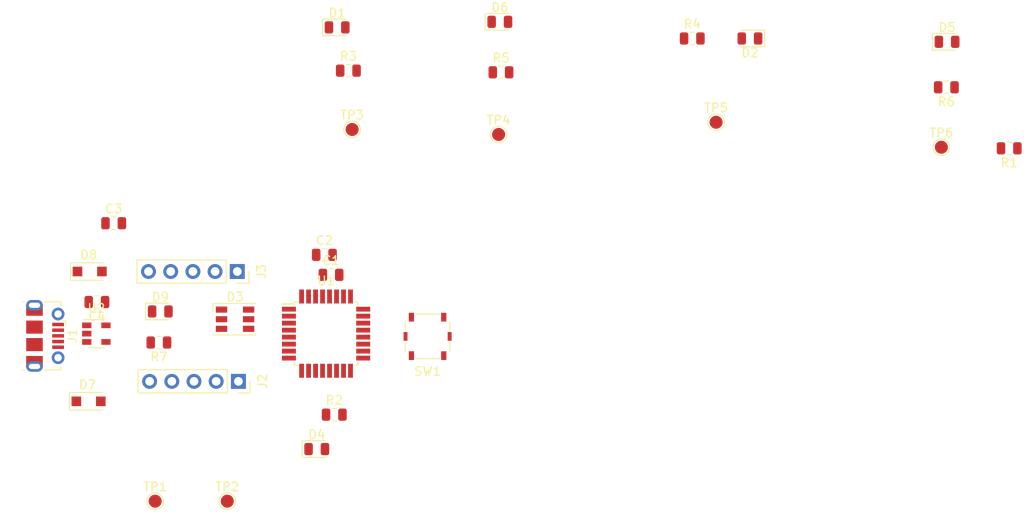
<source format=kicad_pcb>
(kicad_pcb (version 20171130) (host pcbnew "(5.1.4-0-10_14)")

  (general
    (thickness 1.6)
    (drawings 0)
    (tracks 0)
    (zones 0)
    (modules 32)
    (nets 44)
  )

  (page A4)
  (layers
    (0 F.Cu signal)
    (31 B.Cu signal)
    (32 B.Adhes user)
    (33 F.Adhes user)
    (34 B.Paste user)
    (35 F.Paste user)
    (36 B.SilkS user)
    (37 F.SilkS user)
    (38 B.Mask user)
    (39 F.Mask user)
    (40 Dwgs.User user)
    (41 Cmts.User user)
    (42 Eco1.User user)
    (43 Eco2.User user)
    (44 Edge.Cuts user)
    (45 Margin user)
    (46 B.CrtYd user)
    (47 F.CrtYd user)
    (48 B.Fab user)
    (49 F.Fab user)
  )

  (setup
    (last_trace_width 0.25)
    (trace_clearance 0.2)
    (zone_clearance 0.508)
    (zone_45_only no)
    (trace_min 0.2)
    (via_size 0.8)
    (via_drill 0.4)
    (via_min_size 0.4)
    (via_min_drill 0.3)
    (uvia_size 0.3)
    (uvia_drill 0.1)
    (uvias_allowed no)
    (uvia_min_size 0.2)
    (uvia_min_drill 0.1)
    (edge_width 0.05)
    (segment_width 0.2)
    (pcb_text_width 0.3)
    (pcb_text_size 1.5 1.5)
    (mod_edge_width 0.12)
    (mod_text_size 1 1)
    (mod_text_width 0.15)
    (pad_size 1.524 1.524)
    (pad_drill 0.762)
    (pad_to_mask_clearance 0.051)
    (solder_mask_min_width 0.25)
    (aux_axis_origin 0 0)
    (visible_elements FFFFFF7F)
    (pcbplotparams
      (layerselection 0x010fc_ffffffff)
      (usegerberextensions false)
      (usegerberattributes false)
      (usegerberadvancedattributes false)
      (creategerberjobfile false)
      (excludeedgelayer true)
      (linewidth 0.100000)
      (plotframeref false)
      (viasonmask false)
      (mode 1)
      (useauxorigin false)
      (hpglpennumber 1)
      (hpglpenspeed 20)
      (hpglpendiameter 15.000000)
      (psnegative false)
      (psa4output false)
      (plotreference true)
      (plotvalue true)
      (plotinvisibletext false)
      (padsonsilk false)
      (subtractmaskfromsilk false)
      (outputformat 1)
      (mirror false)
      (drillshape 1)
      (scaleselection 1)
      (outputdirectory ""))
  )

  (net 0 "")
  (net 1 GND)
  (net 2 "Net-(C1-Pad1)")
  (net 3 +3V3)
  (net 4 "Net-(C3-Pad1)")
  (net 5 "Net-(D1-Pad2)")
  (net 6 "Net-(D2-Pad2)")
  (net 7 "Net-(D3-Pad6)")
  (net 8 "Net-(D3-Pad5)")
  (net 9 /DOTSTAR_CLOCK)
  (net 10 /DOTSTAR_DATA)
  (net 11 "Net-(D4-Pad2)")
  (net 12 "Net-(D5-Pad2)")
  (net 13 "Net-(D6-Pad2)")
  (net 14 /VBAT)
  (net 15 /VBUS)
  (net 16 "Net-(D9-Pad2)")
  (net 17 /D+)
  (net 18 "Net-(J1-Pad4)")
  (net 19 /D-)
  (net 20 /D4_A2_PA06_TXD_MOSI)
  (net 21 /D3_A3_PA07_RXD_SCK)
  (net 22 /nRESET)
  (net 23 /D0_A4_PA08_SDA)
  (net 24 /D1_A0_PA02)
  (net 25 /D2_A1_PA09_SCL_MISO)
  (net 26 /CAP0)
  (net 27 /LED5)
  (net 28 /LED4)
  (net 29 /LED6)
  (net 30 "Net-(R5-Pad2)")
  (net 31 /LED7)
  (net 32 /SWC)
  (net 33 /SWD)
  (net 34 /CAP1)
  (net 35 /CAP2)
  (net 36 /CAP3)
  (net 37 "Net-(U1-Pad22)")
  (net 38 "Net-(U1-Pad21)")
  (net 39 "Net-(U1-Pad20)")
  (net 40 "Net-(U1-Pad19)")
  (net 41 "Net-(U1-Pad18)")
  (net 42 "Net-(U1-Pad17)")
  (net 43 "Net-(U2-Pad4)")

  (net_class Default "This is the default net class."
    (clearance 0.2)
    (trace_width 0.25)
    (via_dia 0.8)
    (via_drill 0.4)
    (uvia_dia 0.3)
    (uvia_drill 0.1)
    (add_net +3V3)
    (add_net /CAP0)
    (add_net /CAP1)
    (add_net /CAP2)
    (add_net /CAP3)
    (add_net /D+)
    (add_net /D-)
    (add_net /D0_A4_PA08_SDA)
    (add_net /D1_A0_PA02)
    (add_net /D2_A1_PA09_SCL_MISO)
    (add_net /D3_A3_PA07_RXD_SCK)
    (add_net /D4_A2_PA06_TXD_MOSI)
    (add_net /DOTSTAR_CLOCK)
    (add_net /DOTSTAR_DATA)
    (add_net /LED4)
    (add_net /LED5)
    (add_net /LED6)
    (add_net /LED7)
    (add_net /SWC)
    (add_net /SWD)
    (add_net /VBAT)
    (add_net /VBUS)
    (add_net /nRESET)
    (add_net GND)
    (add_net "Net-(C1-Pad1)")
    (add_net "Net-(C3-Pad1)")
    (add_net "Net-(D1-Pad2)")
    (add_net "Net-(D2-Pad2)")
    (add_net "Net-(D3-Pad5)")
    (add_net "Net-(D3-Pad6)")
    (add_net "Net-(D4-Pad2)")
    (add_net "Net-(D5-Pad2)")
    (add_net "Net-(D6-Pad2)")
    (add_net "Net-(D9-Pad2)")
    (add_net "Net-(J1-Pad4)")
    (add_net "Net-(R5-Pad2)")
    (add_net "Net-(U1-Pad17)")
    (add_net "Net-(U1-Pad18)")
    (add_net "Net-(U1-Pad19)")
    (add_net "Net-(U1-Pad20)")
    (add_net "Net-(U1-Pad21)")
    (add_net "Net-(U1-Pad22)")
    (add_net "Net-(U2-Pad4)")
  )

  (module Package_TO_SOT_SMD:SOT-23-5 (layer F.Cu) (tedit 5A02FF57) (tstamp 5DDC4494)
    (at 88.392 87.376)
    (descr "5-pin SOT23 package")
    (tags SOT-23-5)
    (path /5DDF07C2)
    (attr smd)
    (fp_text reference U2 (at 0 -2.9) (layer F.SilkS)
      (effects (font (size 1 1) (thickness 0.15)))
    )
    (fp_text value AP2112K-3.3 (at 0 2.9) (layer F.Fab)
      (effects (font (size 1 1) (thickness 0.15)))
    )
    (fp_line (start 0.9 -1.55) (end 0.9 1.55) (layer F.Fab) (width 0.1))
    (fp_line (start 0.9 1.55) (end -0.9 1.55) (layer F.Fab) (width 0.1))
    (fp_line (start -0.9 -0.9) (end -0.9 1.55) (layer F.Fab) (width 0.1))
    (fp_line (start 0.9 -1.55) (end -0.25 -1.55) (layer F.Fab) (width 0.1))
    (fp_line (start -0.9 -0.9) (end -0.25 -1.55) (layer F.Fab) (width 0.1))
    (fp_line (start -1.9 1.8) (end -1.9 -1.8) (layer F.CrtYd) (width 0.05))
    (fp_line (start 1.9 1.8) (end -1.9 1.8) (layer F.CrtYd) (width 0.05))
    (fp_line (start 1.9 -1.8) (end 1.9 1.8) (layer F.CrtYd) (width 0.05))
    (fp_line (start -1.9 -1.8) (end 1.9 -1.8) (layer F.CrtYd) (width 0.05))
    (fp_line (start 0.9 -1.61) (end -1.55 -1.61) (layer F.SilkS) (width 0.12))
    (fp_line (start -0.9 1.61) (end 0.9 1.61) (layer F.SilkS) (width 0.12))
    (fp_text user %R (at 0 0 90) (layer F.Fab)
      (effects (font (size 0.5 0.5) (thickness 0.075)))
    )
    (pad 5 smd rect (at 1.1 -0.95) (size 1.06 0.65) (layers F.Cu F.Paste F.Mask)
      (net 3 +3V3))
    (pad 4 smd rect (at 1.1 0.95) (size 1.06 0.65) (layers F.Cu F.Paste F.Mask)
      (net 43 "Net-(U2-Pad4)"))
    (pad 3 smd rect (at -1.1 0.95) (size 1.06 0.65) (layers F.Cu F.Paste F.Mask)
      (net 4 "Net-(C3-Pad1)"))
    (pad 2 smd rect (at -1.1 0) (size 1.06 0.65) (layers F.Cu F.Paste F.Mask)
      (net 1 GND))
    (pad 1 smd rect (at -1.1 -0.95) (size 1.06 0.65) (layers F.Cu F.Paste F.Mask)
      (net 4 "Net-(C3-Pad1)"))
    (model ${KISYS3DMOD}/Package_TO_SOT_SMD.3dshapes/SOT-23-5.wrl
      (at (xyz 0 0 0))
      (scale (xyz 1 1 1))
      (rotate (xyz 0 0 0))
    )
  )

  (module Package_QFP:TQFP-32_7x7mm_P0.8mm (layer F.Cu) (tedit 5A02F146) (tstamp 5DDC3E7B)
    (at 114.681 87.376)
    (descr "32-Lead Plastic Thin Quad Flatpack (PT) - 7x7x1.0 mm Body, 2.00 mm [TQFP] (see Microchip Packaging Specification 00000049BS.pdf)")
    (tags "QFP 0.8")
    (path /5DDBE4D6)
    (attr smd)
    (fp_text reference U1 (at 0 -6.05) (layer F.SilkS)
      (effects (font (size 1 1) (thickness 0.15)))
    )
    (fp_text value SAMD21E17A (at 0 6.05) (layer F.Fab)
      (effects (font (size 1 1) (thickness 0.15)))
    )
    (fp_line (start -3.625 -3.4) (end -5.05 -3.4) (layer F.SilkS) (width 0.15))
    (fp_line (start 3.625 -3.625) (end 3.3 -3.625) (layer F.SilkS) (width 0.15))
    (fp_line (start 3.625 3.625) (end 3.3 3.625) (layer F.SilkS) (width 0.15))
    (fp_line (start -3.625 3.625) (end -3.3 3.625) (layer F.SilkS) (width 0.15))
    (fp_line (start -3.625 -3.625) (end -3.3 -3.625) (layer F.SilkS) (width 0.15))
    (fp_line (start -3.625 3.625) (end -3.625 3.3) (layer F.SilkS) (width 0.15))
    (fp_line (start 3.625 3.625) (end 3.625 3.3) (layer F.SilkS) (width 0.15))
    (fp_line (start 3.625 -3.625) (end 3.625 -3.3) (layer F.SilkS) (width 0.15))
    (fp_line (start -3.625 -3.625) (end -3.625 -3.4) (layer F.SilkS) (width 0.15))
    (fp_line (start -5.3 5.3) (end 5.3 5.3) (layer F.CrtYd) (width 0.05))
    (fp_line (start -5.3 -5.3) (end 5.3 -5.3) (layer F.CrtYd) (width 0.05))
    (fp_line (start 5.3 -5.3) (end 5.3 5.3) (layer F.CrtYd) (width 0.05))
    (fp_line (start -5.3 -5.3) (end -5.3 5.3) (layer F.CrtYd) (width 0.05))
    (fp_line (start -3.5 -2.5) (end -2.5 -3.5) (layer F.Fab) (width 0.15))
    (fp_line (start -3.5 3.5) (end -3.5 -2.5) (layer F.Fab) (width 0.15))
    (fp_line (start 3.5 3.5) (end -3.5 3.5) (layer F.Fab) (width 0.15))
    (fp_line (start 3.5 -3.5) (end 3.5 3.5) (layer F.Fab) (width 0.15))
    (fp_line (start -2.5 -3.5) (end 3.5 -3.5) (layer F.Fab) (width 0.15))
    (fp_text user %R (at 0 0) (layer F.Fab)
      (effects (font (size 1 1) (thickness 0.15)))
    )
    (pad 32 smd rect (at -2.8 -4.25 90) (size 1.6 0.55) (layers F.Cu F.Paste F.Mask)
      (net 33 /SWD))
    (pad 31 smd rect (at -2 -4.25 90) (size 1.6 0.55) (layers F.Cu F.Paste F.Mask)
      (net 32 /SWC))
    (pad 30 smd rect (at -1.2 -4.25 90) (size 1.6 0.55) (layers F.Cu F.Paste F.Mask)
      (net 3 +3V3))
    (pad 29 smd rect (at -0.4 -4.25 90) (size 1.6 0.55) (layers F.Cu F.Paste F.Mask)
      (net 2 "Net-(C1-Pad1)"))
    (pad 28 smd rect (at 0.4 -4.25 90) (size 1.6 0.55) (layers F.Cu F.Paste F.Mask)
      (net 1 GND))
    (pad 27 smd rect (at 1.2 -4.25 90) (size 1.6 0.55) (layers F.Cu F.Paste F.Mask)
      (net 29 /LED6))
    (pad 26 smd rect (at 2 -4.25 90) (size 1.6 0.55) (layers F.Cu F.Paste F.Mask)
      (net 22 /nRESET))
    (pad 25 smd rect (at 2.8 -4.25 90) (size 1.6 0.55) (layers F.Cu F.Paste F.Mask)
      (net 31 /LED7))
    (pad 24 smd rect (at 4.25 -2.8) (size 1.6 0.55) (layers F.Cu F.Paste F.Mask)
      (net 17 /D+))
    (pad 23 smd rect (at 4.25 -2) (size 1.6 0.55) (layers F.Cu F.Paste F.Mask)
      (net 19 /D-))
    (pad 22 smd rect (at 4.25 -1.2) (size 1.6 0.55) (layers F.Cu F.Paste F.Mask)
      (net 37 "Net-(U1-Pad22)"))
    (pad 21 smd rect (at 4.25 -0.4) (size 1.6 0.55) (layers F.Cu F.Paste F.Mask)
      (net 38 "Net-(U1-Pad21)"))
    (pad 20 smd rect (at 4.25 0.4) (size 1.6 0.55) (layers F.Cu F.Paste F.Mask)
      (net 39 "Net-(U1-Pad20)"))
    (pad 19 smd rect (at 4.25 1.2) (size 1.6 0.55) (layers F.Cu F.Paste F.Mask)
      (net 40 "Net-(U1-Pad19)"))
    (pad 18 smd rect (at 4.25 2) (size 1.6 0.55) (layers F.Cu F.Paste F.Mask)
      (net 41 "Net-(U1-Pad18)"))
    (pad 17 smd rect (at 4.25 2.8) (size 1.6 0.55) (layers F.Cu F.Paste F.Mask)
      (net 42 "Net-(U1-Pad17)"))
    (pad 16 smd rect (at 2.8 4.25 90) (size 1.6 0.55) (layers F.Cu F.Paste F.Mask)
      (net 28 /LED4))
    (pad 15 smd rect (at 2 4.25 90) (size 1.6 0.55) (layers F.Cu F.Paste F.Mask)
      (net 27 /LED5))
    (pad 14 smd rect (at 1.2 4.25 90) (size 1.6 0.55) (layers F.Cu F.Paste F.Mask)
      (net 26 /CAP0))
    (pad 13 smd rect (at 0.4 4.25 90) (size 1.6 0.55) (layers F.Cu F.Paste F.Mask)
      (net 30 "Net-(R5-Pad2)"))
    (pad 12 smd rect (at -0.4 4.25 90) (size 1.6 0.55) (layers F.Cu F.Paste F.Mask)
      (net 25 /D2_A1_PA09_SCL_MISO))
    (pad 11 smd rect (at -1.2 4.25 90) (size 1.6 0.55) (layers F.Cu F.Paste F.Mask)
      (net 23 /D0_A4_PA08_SDA))
    (pad 10 smd rect (at -2 4.25 90) (size 1.6 0.55) (layers F.Cu F.Paste F.Mask)
      (net 1 GND))
    (pad 9 smd rect (at -2.8 4.25 90) (size 1.6 0.55) (layers F.Cu F.Paste F.Mask)
      (net 3 +3V3))
    (pad 8 smd rect (at -4.25 2.8) (size 1.6 0.55) (layers F.Cu F.Paste F.Mask)
      (net 21 /D3_A3_PA07_RXD_SCK))
    (pad 7 smd rect (at -4.25 2) (size 1.6 0.55) (layers F.Cu F.Paste F.Mask)
      (net 20 /D4_A2_PA06_TXD_MOSI))
    (pad 6 smd rect (at -4.25 1.2) (size 1.6 0.55) (layers F.Cu F.Paste F.Mask)
      (net 34 /CAP1))
    (pad 5 smd rect (at -4.25 0.4) (size 1.6 0.55) (layers F.Cu F.Paste F.Mask)
      (net 35 /CAP2))
    (pad 4 smd rect (at -4.25 -0.4) (size 1.6 0.55) (layers F.Cu F.Paste F.Mask)
      (net 36 /CAP3))
    (pad 3 smd rect (at -4.25 -1.2) (size 1.6 0.55) (layers F.Cu F.Paste F.Mask)
      (net 24 /D1_A0_PA02))
    (pad 2 smd rect (at -4.25 -2) (size 1.6 0.55) (layers F.Cu F.Paste F.Mask)
      (net 9 /DOTSTAR_CLOCK))
    (pad 1 smd rect (at -4.25 -2.8) (size 1.6 0.55) (layers F.Cu F.Paste F.Mask)
      (net 10 /DOTSTAR_DATA))
    (model ${KISYS3DMOD}/Package_QFP.3dshapes/TQFP-32_7x7mm_P0.8mm.wrl
      (at (xyz 0 0 0))
      (scale (xyz 1 1 1))
      (rotate (xyz 0 0 0))
    )
  )

  (module TestPoint:TestPoint_Pad_D1.5mm (layer F.Cu) (tedit 5A0F774F) (tstamp 5DDC39E6)
    (at 185.1025 66.04)
    (descr "SMD pad as test Point, diameter 1.5mm")
    (tags "test point SMD pad")
    (path /5DE3DFA3)
    (attr virtual)
    (fp_text reference TP6 (at 0 -1.648) (layer F.SilkS)
      (effects (font (size 1 1) (thickness 0.15)))
    )
    (fp_text value TestPoint (at 0 1.75) (layer F.Fab)
      (effects (font (size 1 1) (thickness 0.15)))
    )
    (fp_circle (center 0 0) (end 0 0.95) (layer F.SilkS) (width 0.12))
    (fp_circle (center 0 0) (end 1.25 0) (layer F.CrtYd) (width 0.05))
    (fp_text user %R (at 0 -1.65) (layer F.Fab)
      (effects (font (size 1 1) (thickness 0.15)))
    )
    (pad 1 smd circle (at 0 0) (size 1.5 1.5) (layers F.Cu F.Mask)
      (net 26 /CAP0))
  )

  (module TestPoint:TestPoint_Pad_D1.5mm (layer F.Cu) (tedit 5A0F774F) (tstamp 5DDC39DE)
    (at 159.3215 63.1825)
    (descr "SMD pad as test Point, diameter 1.5mm")
    (tags "test point SMD pad")
    (path /5DE1DA81)
    (attr virtual)
    (fp_text reference TP5 (at 0 -1.648) (layer F.SilkS)
      (effects (font (size 1 1) (thickness 0.15)))
    )
    (fp_text value TestPoint (at 0 1.75) (layer F.Fab)
      (effects (font (size 1 1) (thickness 0.15)))
    )
    (fp_circle (center 0 0) (end 0 0.95) (layer F.SilkS) (width 0.12))
    (fp_circle (center 0 0) (end 1.25 0) (layer F.CrtYd) (width 0.05))
    (fp_text user %R (at 0 -1.65) (layer F.Fab)
      (effects (font (size 1 1) (thickness 0.15)))
    )
    (pad 1 smd circle (at 0 0) (size 1.5 1.5) (layers F.Cu F.Mask)
      (net 36 /CAP3))
  )

  (module TestPoint:TestPoint_Pad_D1.5mm (layer F.Cu) (tedit 5A0F774F) (tstamp 5DDC39D6)
    (at 134.4295 64.5795)
    (descr "SMD pad as test Point, diameter 1.5mm")
    (tags "test point SMD pad")
    (path /5DE1D5DC)
    (attr virtual)
    (fp_text reference TP4 (at 0 -1.648) (layer F.SilkS)
      (effects (font (size 1 1) (thickness 0.15)))
    )
    (fp_text value TestPoint (at 0 1.75) (layer F.Fab)
      (effects (font (size 1 1) (thickness 0.15)))
    )
    (fp_circle (center 0 0) (end 0 0.95) (layer F.SilkS) (width 0.12))
    (fp_circle (center 0 0) (end 1.25 0) (layer F.CrtYd) (width 0.05))
    (fp_text user %R (at 0 -1.65) (layer F.Fab)
      (effects (font (size 1 1) (thickness 0.15)))
    )
    (pad 1 smd circle (at 0 0) (size 1.5 1.5) (layers F.Cu F.Mask)
      (net 35 /CAP2))
  )

  (module TestPoint:TestPoint_Pad_D1.5mm (layer F.Cu) (tedit 5A0F774F) (tstamp 5DDC39CE)
    (at 117.6655 64.008)
    (descr "SMD pad as test Point, diameter 1.5mm")
    (tags "test point SMD pad")
    (path /5DE1CC13)
    (attr virtual)
    (fp_text reference TP3 (at 0 -1.648) (layer F.SilkS)
      (effects (font (size 1 1) (thickness 0.15)))
    )
    (fp_text value TestPoint (at 0 1.75) (layer F.Fab)
      (effects (font (size 1 1) (thickness 0.15)))
    )
    (fp_circle (center 0 0) (end 0 0.95) (layer F.SilkS) (width 0.12))
    (fp_circle (center 0 0) (end 1.25 0) (layer F.CrtYd) (width 0.05))
    (fp_text user %R (at 0 -1.65) (layer F.Fab)
      (effects (font (size 1 1) (thickness 0.15)))
    )
    (pad 1 smd circle (at 0 0) (size 1.5 1.5) (layers F.Cu F.Mask)
      (net 34 /CAP1))
  )

  (module TestPoint:TestPoint_Pad_D1.5mm (layer F.Cu) (tedit 5A0F774F) (tstamp 5DDC39C6)
    (at 103.378 106.553)
    (descr "SMD pad as test Point, diameter 1.5mm")
    (tags "test point SMD pad")
    (path /5DE18294)
    (attr virtual)
    (fp_text reference TP2 (at 0 -1.648) (layer F.SilkS)
      (effects (font (size 1 1) (thickness 0.15)))
    )
    (fp_text value TestPoint (at 0 1.75) (layer F.Fab)
      (effects (font (size 1 1) (thickness 0.15)))
    )
    (fp_circle (center 0 0) (end 0 0.95) (layer F.SilkS) (width 0.12))
    (fp_circle (center 0 0) (end 1.25 0) (layer F.CrtYd) (width 0.05))
    (fp_text user %R (at 0 -1.65) (layer F.Fab)
      (effects (font (size 1 1) (thickness 0.15)))
    )
    (pad 1 smd circle (at 0 0) (size 1.5 1.5) (layers F.Cu F.Mask)
      (net 33 /SWD))
  )

  (module TestPoint:TestPoint_Pad_D1.5mm (layer F.Cu) (tedit 5A0F774F) (tstamp 5DDC39BE)
    (at 95.123 106.553)
    (descr "SMD pad as test Point, diameter 1.5mm")
    (tags "test point SMD pad")
    (path /5DE185C5)
    (attr virtual)
    (fp_text reference TP1 (at 0 -1.648) (layer F.SilkS)
      (effects (font (size 1 1) (thickness 0.15)))
    )
    (fp_text value TestPoint (at 0 1.75) (layer F.Fab)
      (effects (font (size 1 1) (thickness 0.15)))
    )
    (fp_circle (center 0 0) (end 0 0.95) (layer F.SilkS) (width 0.12))
    (fp_circle (center 0 0) (end 1.25 0) (layer F.CrtYd) (width 0.05))
    (fp_text user %R (at 0 -1.65) (layer F.Fab)
      (effects (font (size 1 1) (thickness 0.15)))
    )
    (pad 1 smd circle (at 0 0) (size 1.5 1.5) (layers F.Cu F.Mask)
      (net 32 /SWC))
  )

  (module Button_Switch_SMD:SW_SPST_Panasonic_EVQPL_3PL_5PL_PT_A08 (layer F.Cu) (tedit 5A02FC95) (tstamp 5DDC39B6)
    (at 126.3015 87.6935 180)
    (descr "Light Touch Switch, http://industrial.panasonic.com/cdbs/www-data/pdf/ATK0000/ATK0000CE3.pdf")
    (tags "SMD SMT SPST EVQPL EVQPT")
    (path /5DDE2B5A)
    (attr smd)
    (fp_text reference SW1 (at 0 -4) (layer F.SilkS)
      (effects (font (size 1 1) (thickness 0.15)))
    )
    (fp_text value SW_Push_Dual (at 0 4) (layer F.Fab)
      (effects (font (size 1 1) (thickness 0.15)))
    )
    (fp_line (start 2.55 0.675) (end 2.55 1.7) (layer F.SilkS) (width 0.12))
    (fp_line (start 2.55 -1.7) (end 2.55 -0.675) (layer F.SilkS) (width 0.12))
    (fp_line (start -2.55 0.675) (end -2.55 1.7) (layer F.SilkS) (width 0.12))
    (fp_line (start -1.375 2.55) (end 1.375 2.55) (layer F.SilkS) (width 0.12))
    (fp_line (start 3.25 3.2) (end 3.25 -3.2) (layer F.CrtYd) (width 0.05))
    (fp_line (start -3.25 3.2) (end -3.25 -3.2) (layer F.CrtYd) (width 0.05))
    (fp_line (start -3.25 3.2) (end 3.25 3.2) (layer F.CrtYd) (width 0.05))
    (fp_line (start -2.45 -2.45) (end -2.45 2.45) (layer F.Fab) (width 0.1))
    (fp_line (start -2.45 -2.45) (end 2.45 -2.45) (layer F.Fab) (width 0.1))
    (fp_line (start 2.45 -2.45) (end 2.45 2.45) (layer F.Fab) (width 0.1))
    (fp_line (start 2.45 2.45) (end -2.45 2.45) (layer F.Fab) (width 0.1))
    (fp_circle (center 0 0) (end 1.2 0) (layer F.Fab) (width 0.1))
    (fp_line (start -3.25 -3.2) (end 3.25 -3.2) (layer F.CrtYd) (width 0.05))
    (fp_line (start -1.375 -2.55) (end 1.375 -2.55) (layer F.SilkS) (width 0.12))
    (fp_line (start -2.55 -1.7) (end -2.55 -0.675) (layer F.SilkS) (width 0.12))
    (fp_text user %R (at 0 -4) (layer F.Fab)
      (effects (font (size 1 1) (thickness 0.15)))
    )
    (pad 0 smd rect (at 2.525 0 180) (size 0.45 1) (layers F.Cu F.Paste F.Mask))
    (pad 0 smd rect (at -2.525 0 180) (size 0.45 1) (layers F.Cu F.Paste F.Mask))
    (pad 2 smd rect (at 1.85 2.2 180) (size 0.6 1) (layers F.Cu F.Paste F.Mask)
      (net 22 /nRESET))
    (pad 2 smd rect (at 1.85 -2.2 180) (size 0.6 1) (layers F.Cu F.Paste F.Mask)
      (net 22 /nRESET))
    (pad 1 smd rect (at -1.85 -2.2 180) (size 0.6 1) (layers F.Cu F.Paste F.Mask)
      (net 1 GND))
    (pad 1 smd rect (at -1.85 2.2 180) (size 0.6 1) (layers F.Cu F.Paste F.Mask)
      (net 1 GND))
    (model ${KISYS3DMOD}/Button_Switch_SMD.3dshapes/SW_SPST_Panasonic_EVQPL_3PL_5PL_PT_A08.wrl
      (at (xyz 0 0 0))
      (scale (xyz 1 1 1))
      (rotate (xyz 0 0 0))
    )
  )

  (module Resistor_SMD:R_0805_2012Metric (layer F.Cu) (tedit 5B36C52B) (tstamp 5DDC399C)
    (at 95.5525 88.392 180)
    (descr "Resistor SMD 0805 (2012 Metric), square (rectangular) end terminal, IPC_7351 nominal, (Body size source: https://docs.google.com/spreadsheets/d/1BsfQQcO9C6DZCsRaXUlFlo91Tg2WpOkGARC1WS5S8t0/edit?usp=sharing), generated with kicad-footprint-generator")
    (tags resistor)
    (path /5DDFC0F3)
    (attr smd)
    (fp_text reference R7 (at 0 -1.65) (layer F.SilkS)
      (effects (font (size 1 1) (thickness 0.15)))
    )
    (fp_text value 10K (at 0 1.65) (layer F.Fab)
      (effects (font (size 1 1) (thickness 0.15)))
    )
    (fp_text user %R (at 0 0) (layer F.Fab)
      (effects (font (size 0.5 0.5) (thickness 0.08)))
    )
    (fp_line (start 1.68 0.95) (end -1.68 0.95) (layer F.CrtYd) (width 0.05))
    (fp_line (start 1.68 -0.95) (end 1.68 0.95) (layer F.CrtYd) (width 0.05))
    (fp_line (start -1.68 -0.95) (end 1.68 -0.95) (layer F.CrtYd) (width 0.05))
    (fp_line (start -1.68 0.95) (end -1.68 -0.95) (layer F.CrtYd) (width 0.05))
    (fp_line (start -0.258578 0.71) (end 0.258578 0.71) (layer F.SilkS) (width 0.12))
    (fp_line (start -0.258578 -0.71) (end 0.258578 -0.71) (layer F.SilkS) (width 0.12))
    (fp_line (start 1 0.6) (end -1 0.6) (layer F.Fab) (width 0.1))
    (fp_line (start 1 -0.6) (end 1 0.6) (layer F.Fab) (width 0.1))
    (fp_line (start -1 -0.6) (end 1 -0.6) (layer F.Fab) (width 0.1))
    (fp_line (start -1 0.6) (end -1 -0.6) (layer F.Fab) (width 0.1))
    (pad 2 smd roundrect (at 0.9375 0 180) (size 0.975 1.4) (layers F.Cu F.Paste F.Mask) (roundrect_rratio 0.25)
      (net 3 +3V3))
    (pad 1 smd roundrect (at -0.9375 0 180) (size 0.975 1.4) (layers F.Cu F.Paste F.Mask) (roundrect_rratio 0.25)
      (net 16 "Net-(D9-Pad2)"))
    (model ${KISYS3DMOD}/Resistor_SMD.3dshapes/R_0805_2012Metric.wrl
      (at (xyz 0 0 0))
      (scale (xyz 1 1 1))
      (rotate (xyz 0 0 0))
    )
  )

  (module Resistor_SMD:R_0805_2012Metric (layer F.Cu) (tedit 5B36C52B) (tstamp 5DDC398B)
    (at 185.674 59.182 180)
    (descr "Resistor SMD 0805 (2012 Metric), square (rectangular) end terminal, IPC_7351 nominal, (Body size source: https://docs.google.com/spreadsheets/d/1BsfQQcO9C6DZCsRaXUlFlo91Tg2WpOkGARC1WS5S8t0/edit?usp=sharing), generated with kicad-footprint-generator")
    (tags resistor)
    (path /5DDD5539)
    (attr smd)
    (fp_text reference R6 (at 0 -1.65) (layer F.SilkS)
      (effects (font (size 1 1) (thickness 0.15)))
    )
    (fp_text value 2.2k (at 0 1.65) (layer F.Fab)
      (effects (font (size 1 1) (thickness 0.15)))
    )
    (fp_text user %R (at 0 0) (layer F.Fab)
      (effects (font (size 0.5 0.5) (thickness 0.08)))
    )
    (fp_line (start 1.68 0.95) (end -1.68 0.95) (layer F.CrtYd) (width 0.05))
    (fp_line (start 1.68 -0.95) (end 1.68 0.95) (layer F.CrtYd) (width 0.05))
    (fp_line (start -1.68 -0.95) (end 1.68 -0.95) (layer F.CrtYd) (width 0.05))
    (fp_line (start -1.68 0.95) (end -1.68 -0.95) (layer F.CrtYd) (width 0.05))
    (fp_line (start -0.258578 0.71) (end 0.258578 0.71) (layer F.SilkS) (width 0.12))
    (fp_line (start -0.258578 -0.71) (end 0.258578 -0.71) (layer F.SilkS) (width 0.12))
    (fp_line (start 1 0.6) (end -1 0.6) (layer F.Fab) (width 0.1))
    (fp_line (start 1 -0.6) (end 1 0.6) (layer F.Fab) (width 0.1))
    (fp_line (start -1 -0.6) (end 1 -0.6) (layer F.Fab) (width 0.1))
    (fp_line (start -1 0.6) (end -1 -0.6) (layer F.Fab) (width 0.1))
    (pad 2 smd roundrect (at 0.9375 0 180) (size 0.975 1.4) (layers F.Cu F.Paste F.Mask) (roundrect_rratio 0.25)
      (net 31 /LED7))
    (pad 1 smd roundrect (at -0.9375 0 180) (size 0.975 1.4) (layers F.Cu F.Paste F.Mask) (roundrect_rratio 0.25)
      (net 12 "Net-(D5-Pad2)"))
    (model ${KISYS3DMOD}/Resistor_SMD.3dshapes/R_0805_2012Metric.wrl
      (at (xyz 0 0 0))
      (scale (xyz 1 1 1))
      (rotate (xyz 0 0 0))
    )
  )

  (module Resistor_SMD:R_0805_2012Metric (layer F.Cu) (tedit 5B36C52B) (tstamp 5DDC397A)
    (at 134.6985 57.4675)
    (descr "Resistor SMD 0805 (2012 Metric), square (rectangular) end terminal, IPC_7351 nominal, (Body size source: https://docs.google.com/spreadsheets/d/1BsfQQcO9C6DZCsRaXUlFlo91Tg2WpOkGARC1WS5S8t0/edit?usp=sharing), generated with kicad-footprint-generator")
    (tags resistor)
    (path /5DDC7346)
    (attr smd)
    (fp_text reference R5 (at 0 -1.65) (layer F.SilkS)
      (effects (font (size 1 1) (thickness 0.15)))
    )
    (fp_text value 2.2k (at 0 1.65) (layer F.Fab)
      (effects (font (size 1 1) (thickness 0.15)))
    )
    (fp_text user %R (at 0 0) (layer F.Fab)
      (effects (font (size 0.5 0.5) (thickness 0.08)))
    )
    (fp_line (start 1.68 0.95) (end -1.68 0.95) (layer F.CrtYd) (width 0.05))
    (fp_line (start 1.68 -0.95) (end 1.68 0.95) (layer F.CrtYd) (width 0.05))
    (fp_line (start -1.68 -0.95) (end 1.68 -0.95) (layer F.CrtYd) (width 0.05))
    (fp_line (start -1.68 0.95) (end -1.68 -0.95) (layer F.CrtYd) (width 0.05))
    (fp_line (start -0.258578 0.71) (end 0.258578 0.71) (layer F.SilkS) (width 0.12))
    (fp_line (start -0.258578 -0.71) (end 0.258578 -0.71) (layer F.SilkS) (width 0.12))
    (fp_line (start 1 0.6) (end -1 0.6) (layer F.Fab) (width 0.1))
    (fp_line (start 1 -0.6) (end 1 0.6) (layer F.Fab) (width 0.1))
    (fp_line (start -1 -0.6) (end 1 -0.6) (layer F.Fab) (width 0.1))
    (fp_line (start -1 0.6) (end -1 -0.6) (layer F.Fab) (width 0.1))
    (pad 2 smd roundrect (at 0.9375 0) (size 0.975 1.4) (layers F.Cu F.Paste F.Mask) (roundrect_rratio 0.25)
      (net 30 "Net-(R5-Pad2)"))
    (pad 1 smd roundrect (at -0.9375 0) (size 0.975 1.4) (layers F.Cu F.Paste F.Mask) (roundrect_rratio 0.25)
      (net 13 "Net-(D6-Pad2)"))
    (model ${KISYS3DMOD}/Resistor_SMD.3dshapes/R_0805_2012Metric.wrl
      (at (xyz 0 0 0))
      (scale (xyz 1 1 1))
      (rotate (xyz 0 0 0))
    )
  )

  (module Resistor_SMD:R_0805_2012Metric (layer F.Cu) (tedit 5B36C52B) (tstamp 5DDC3969)
    (at 156.591 53.594)
    (descr "Resistor SMD 0805 (2012 Metric), square (rectangular) end terminal, IPC_7351 nominal, (Body size source: https://docs.google.com/spreadsheets/d/1BsfQQcO9C6DZCsRaXUlFlo91Tg2WpOkGARC1WS5S8t0/edit?usp=sharing), generated with kicad-footprint-generator")
    (tags resistor)
    (path /5DDD8F21)
    (attr smd)
    (fp_text reference R4 (at 0 -1.65) (layer F.SilkS)
      (effects (font (size 1 1) (thickness 0.15)))
    )
    (fp_text value 2.2k (at 0 1.65) (layer F.Fab)
      (effects (font (size 1 1) (thickness 0.15)))
    )
    (fp_text user %R (at 0 0) (layer F.Fab)
      (effects (font (size 0.5 0.5) (thickness 0.08)))
    )
    (fp_line (start 1.68 0.95) (end -1.68 0.95) (layer F.CrtYd) (width 0.05))
    (fp_line (start 1.68 -0.95) (end 1.68 0.95) (layer F.CrtYd) (width 0.05))
    (fp_line (start -1.68 -0.95) (end 1.68 -0.95) (layer F.CrtYd) (width 0.05))
    (fp_line (start -1.68 0.95) (end -1.68 -0.95) (layer F.CrtYd) (width 0.05))
    (fp_line (start -0.258578 0.71) (end 0.258578 0.71) (layer F.SilkS) (width 0.12))
    (fp_line (start -0.258578 -0.71) (end 0.258578 -0.71) (layer F.SilkS) (width 0.12))
    (fp_line (start 1 0.6) (end -1 0.6) (layer F.Fab) (width 0.1))
    (fp_line (start 1 -0.6) (end 1 0.6) (layer F.Fab) (width 0.1))
    (fp_line (start -1 -0.6) (end 1 -0.6) (layer F.Fab) (width 0.1))
    (fp_line (start -1 0.6) (end -1 -0.6) (layer F.Fab) (width 0.1))
    (pad 2 smd roundrect (at 0.9375 0) (size 0.975 1.4) (layers F.Cu F.Paste F.Mask) (roundrect_rratio 0.25)
      (net 29 /LED6))
    (pad 1 smd roundrect (at -0.9375 0) (size 0.975 1.4) (layers F.Cu F.Paste F.Mask) (roundrect_rratio 0.25)
      (net 6 "Net-(D2-Pad2)"))
    (model ${KISYS3DMOD}/Resistor_SMD.3dshapes/R_0805_2012Metric.wrl
      (at (xyz 0 0 0))
      (scale (xyz 1 1 1))
      (rotate (xyz 0 0 0))
    )
  )

  (module Resistor_SMD:R_0805_2012Metric (layer F.Cu) (tedit 5B36C52B) (tstamp 5DDC3958)
    (at 117.236 57.277)
    (descr "Resistor SMD 0805 (2012 Metric), square (rectangular) end terminal, IPC_7351 nominal, (Body size source: https://docs.google.com/spreadsheets/d/1BsfQQcO9C6DZCsRaXUlFlo91Tg2WpOkGARC1WS5S8t0/edit?usp=sharing), generated with kicad-footprint-generator")
    (tags resistor)
    (path /5DDD0E3C)
    (attr smd)
    (fp_text reference R3 (at 0 -1.65) (layer F.SilkS)
      (effects (font (size 1 1) (thickness 0.15)))
    )
    (fp_text value 2.2k (at 0 1.65) (layer F.Fab)
      (effects (font (size 1 1) (thickness 0.15)))
    )
    (fp_text user %R (at 0 0) (layer F.Fab)
      (effects (font (size 0.5 0.5) (thickness 0.08)))
    )
    (fp_line (start 1.68 0.95) (end -1.68 0.95) (layer F.CrtYd) (width 0.05))
    (fp_line (start 1.68 -0.95) (end 1.68 0.95) (layer F.CrtYd) (width 0.05))
    (fp_line (start -1.68 -0.95) (end 1.68 -0.95) (layer F.CrtYd) (width 0.05))
    (fp_line (start -1.68 0.95) (end -1.68 -0.95) (layer F.CrtYd) (width 0.05))
    (fp_line (start -0.258578 0.71) (end 0.258578 0.71) (layer F.SilkS) (width 0.12))
    (fp_line (start -0.258578 -0.71) (end 0.258578 -0.71) (layer F.SilkS) (width 0.12))
    (fp_line (start 1 0.6) (end -1 0.6) (layer F.Fab) (width 0.1))
    (fp_line (start 1 -0.6) (end 1 0.6) (layer F.Fab) (width 0.1))
    (fp_line (start -1 -0.6) (end 1 -0.6) (layer F.Fab) (width 0.1))
    (fp_line (start -1 0.6) (end -1 -0.6) (layer F.Fab) (width 0.1))
    (pad 2 smd roundrect (at 0.9375 0) (size 0.975 1.4) (layers F.Cu F.Paste F.Mask) (roundrect_rratio 0.25)
      (net 28 /LED4))
    (pad 1 smd roundrect (at -0.9375 0) (size 0.975 1.4) (layers F.Cu F.Paste F.Mask) (roundrect_rratio 0.25)
      (net 5 "Net-(D1-Pad2)"))
    (model ${KISYS3DMOD}/Resistor_SMD.3dshapes/R_0805_2012Metric.wrl
      (at (xyz 0 0 0))
      (scale (xyz 1 1 1))
      (rotate (xyz 0 0 0))
    )
  )

  (module Resistor_SMD:R_0805_2012Metric (layer F.Cu) (tedit 5B36C52B) (tstamp 5DDC3947)
    (at 115.6185 96.647)
    (descr "Resistor SMD 0805 (2012 Metric), square (rectangular) end terminal, IPC_7351 nominal, (Body size source: https://docs.google.com/spreadsheets/d/1BsfQQcO9C6DZCsRaXUlFlo91Tg2WpOkGARC1WS5S8t0/edit?usp=sharing), generated with kicad-footprint-generator")
    (tags resistor)
    (path /5DDCD84A)
    (attr smd)
    (fp_text reference R2 (at 0 -1.65) (layer F.SilkS)
      (effects (font (size 1 1) (thickness 0.15)))
    )
    (fp_text value 2.2k (at 0 1.65) (layer F.Fab)
      (effects (font (size 1 1) (thickness 0.15)))
    )
    (fp_text user %R (at 0 0) (layer F.Fab)
      (effects (font (size 0.5 0.5) (thickness 0.08)))
    )
    (fp_line (start 1.68 0.95) (end -1.68 0.95) (layer F.CrtYd) (width 0.05))
    (fp_line (start 1.68 -0.95) (end 1.68 0.95) (layer F.CrtYd) (width 0.05))
    (fp_line (start -1.68 -0.95) (end 1.68 -0.95) (layer F.CrtYd) (width 0.05))
    (fp_line (start -1.68 0.95) (end -1.68 -0.95) (layer F.CrtYd) (width 0.05))
    (fp_line (start -0.258578 0.71) (end 0.258578 0.71) (layer F.SilkS) (width 0.12))
    (fp_line (start -0.258578 -0.71) (end 0.258578 -0.71) (layer F.SilkS) (width 0.12))
    (fp_line (start 1 0.6) (end -1 0.6) (layer F.Fab) (width 0.1))
    (fp_line (start 1 -0.6) (end 1 0.6) (layer F.Fab) (width 0.1))
    (fp_line (start -1 -0.6) (end 1 -0.6) (layer F.Fab) (width 0.1))
    (fp_line (start -1 0.6) (end -1 -0.6) (layer F.Fab) (width 0.1))
    (pad 2 smd roundrect (at 0.9375 0) (size 0.975 1.4) (layers F.Cu F.Paste F.Mask) (roundrect_rratio 0.25)
      (net 27 /LED5))
    (pad 1 smd roundrect (at -0.9375 0) (size 0.975 1.4) (layers F.Cu F.Paste F.Mask) (roundrect_rratio 0.25)
      (net 11 "Net-(D4-Pad2)"))
    (model ${KISYS3DMOD}/Resistor_SMD.3dshapes/R_0805_2012Metric.wrl
      (at (xyz 0 0 0))
      (scale (xyz 1 1 1))
      (rotate (xyz 0 0 0))
    )
  )

  (module Resistor_SMD:R_0805_2012Metric (layer F.Cu) (tedit 5B36C52B) (tstamp 5DDC3936)
    (at 192.8645 66.167 180)
    (descr "Resistor SMD 0805 (2012 Metric), square (rectangular) end terminal, IPC_7351 nominal, (Body size source: https://docs.google.com/spreadsheets/d/1BsfQQcO9C6DZCsRaXUlFlo91Tg2WpOkGARC1WS5S8t0/edit?usp=sharing), generated with kicad-footprint-generator")
    (tags resistor)
    (path /5DDCAE8C)
    (attr smd)
    (fp_text reference R1 (at 0 -1.65) (layer F.SilkS)
      (effects (font (size 1 1) (thickness 0.15)))
    )
    (fp_text value 2M (at 0 1.65) (layer F.Fab)
      (effects (font (size 1 1) (thickness 0.15)))
    )
    (fp_text user %R (at 0 0) (layer F.Fab)
      (effects (font (size 0.5 0.5) (thickness 0.08)))
    )
    (fp_line (start 1.68 0.95) (end -1.68 0.95) (layer F.CrtYd) (width 0.05))
    (fp_line (start 1.68 -0.95) (end 1.68 0.95) (layer F.CrtYd) (width 0.05))
    (fp_line (start -1.68 -0.95) (end 1.68 -0.95) (layer F.CrtYd) (width 0.05))
    (fp_line (start -1.68 0.95) (end -1.68 -0.95) (layer F.CrtYd) (width 0.05))
    (fp_line (start -0.258578 0.71) (end 0.258578 0.71) (layer F.SilkS) (width 0.12))
    (fp_line (start -0.258578 -0.71) (end 0.258578 -0.71) (layer F.SilkS) (width 0.12))
    (fp_line (start 1 0.6) (end -1 0.6) (layer F.Fab) (width 0.1))
    (fp_line (start 1 -0.6) (end 1 0.6) (layer F.Fab) (width 0.1))
    (fp_line (start -1 -0.6) (end 1 -0.6) (layer F.Fab) (width 0.1))
    (fp_line (start -1 0.6) (end -1 -0.6) (layer F.Fab) (width 0.1))
    (pad 2 smd roundrect (at 0.9375 0 180) (size 0.975 1.4) (layers F.Cu F.Paste F.Mask) (roundrect_rratio 0.25)
      (net 26 /CAP0))
    (pad 1 smd roundrect (at -0.9375 0 180) (size 0.975 1.4) (layers F.Cu F.Paste F.Mask) (roundrect_rratio 0.25)
      (net 1 GND))
    (model ${KISYS3DMOD}/Resistor_SMD.3dshapes/R_0805_2012Metric.wrl
      (at (xyz 0 0 0))
      (scale (xyz 1 1 1))
      (rotate (xyz 0 0 0))
    )
  )

  (module Connector_PinSocket_2.54mm:PinSocket_1x05_P2.54mm_Vertical (layer F.Cu) (tedit 5A19A420) (tstamp 5DDC3925)
    (at 104.521 80.264 270)
    (descr "Through hole straight socket strip, 1x05, 2.54mm pitch, single row (from Kicad 4.0.7), script generated")
    (tags "Through hole socket strip THT 1x05 2.54mm single row")
    (path /5DE0A342)
    (fp_text reference J3 (at 0 -2.77 90) (layer F.SilkS)
      (effects (font (size 1 1) (thickness 0.15)))
    )
    (fp_text value Conn_01x05_Female (at 0 12.93 90) (layer F.Fab)
      (effects (font (size 1 1) (thickness 0.15)))
    )
    (fp_text user %R (at 0 5.08) (layer F.Fab)
      (effects (font (size 1 1) (thickness 0.15)))
    )
    (fp_line (start -1.8 11.9) (end -1.8 -1.8) (layer F.CrtYd) (width 0.05))
    (fp_line (start 1.75 11.9) (end -1.8 11.9) (layer F.CrtYd) (width 0.05))
    (fp_line (start 1.75 -1.8) (end 1.75 11.9) (layer F.CrtYd) (width 0.05))
    (fp_line (start -1.8 -1.8) (end 1.75 -1.8) (layer F.CrtYd) (width 0.05))
    (fp_line (start 0 -1.33) (end 1.33 -1.33) (layer F.SilkS) (width 0.12))
    (fp_line (start 1.33 -1.33) (end 1.33 0) (layer F.SilkS) (width 0.12))
    (fp_line (start 1.33 1.27) (end 1.33 11.49) (layer F.SilkS) (width 0.12))
    (fp_line (start -1.33 11.49) (end 1.33 11.49) (layer F.SilkS) (width 0.12))
    (fp_line (start -1.33 1.27) (end -1.33 11.49) (layer F.SilkS) (width 0.12))
    (fp_line (start -1.33 1.27) (end 1.33 1.27) (layer F.SilkS) (width 0.12))
    (fp_line (start -1.27 11.43) (end -1.27 -1.27) (layer F.Fab) (width 0.1))
    (fp_line (start 1.27 11.43) (end -1.27 11.43) (layer F.Fab) (width 0.1))
    (fp_line (start 1.27 -0.635) (end 1.27 11.43) (layer F.Fab) (width 0.1))
    (fp_line (start 0.635 -1.27) (end 1.27 -0.635) (layer F.Fab) (width 0.1))
    (fp_line (start -1.27 -1.27) (end 0.635 -1.27) (layer F.Fab) (width 0.1))
    (pad 5 thru_hole oval (at 0 10.16 270) (size 1.7 1.7) (drill 1) (layers *.Cu *.Mask)
      (net 15 /VBUS))
    (pad 4 thru_hole oval (at 0 7.62 270) (size 1.7 1.7) (drill 1) (layers *.Cu *.Mask)
      (net 23 /D0_A4_PA08_SDA))
    (pad 3 thru_hole oval (at 0 5.08 270) (size 1.7 1.7) (drill 1) (layers *.Cu *.Mask)
      (net 24 /D1_A0_PA02))
    (pad 2 thru_hole oval (at 0 2.54 270) (size 1.7 1.7) (drill 1) (layers *.Cu *.Mask)
      (net 25 /D2_A1_PA09_SCL_MISO))
    (pad 1 thru_hole rect (at 0 0 270) (size 1.7 1.7) (drill 1) (layers *.Cu *.Mask)
      (net 3 +3V3))
    (model ${KISYS3DMOD}/Connector_PinSocket_2.54mm.3dshapes/PinSocket_1x05_P2.54mm_Vertical.wrl
      (at (xyz 0 0 0))
      (scale (xyz 1 1 1))
      (rotate (xyz 0 0 0))
    )
  )

  (module Connector_PinSocket_2.54mm:PinSocket_1x05_P2.54mm_Vertical (layer F.Cu) (tedit 5A19A420) (tstamp 5DDC45E0)
    (at 104.648 92.837 270)
    (descr "Through hole straight socket strip, 1x05, 2.54mm pitch, single row (from Kicad 4.0.7), script generated")
    (tags "Through hole socket strip THT 1x05 2.54mm single row")
    (path /5DE09E53)
    (fp_text reference J2 (at 0 -2.77 90) (layer F.SilkS)
      (effects (font (size 1 1) (thickness 0.15)))
    )
    (fp_text value Conn_01x05_Female (at 0 12.93 90) (layer F.Fab)
      (effects (font (size 1 1) (thickness 0.15)))
    )
    (fp_text user %R (at 0 5.08) (layer F.Fab)
      (effects (font (size 1 1) (thickness 0.15)))
    )
    (fp_line (start -1.8 11.9) (end -1.8 -1.8) (layer F.CrtYd) (width 0.05))
    (fp_line (start 1.75 11.9) (end -1.8 11.9) (layer F.CrtYd) (width 0.05))
    (fp_line (start 1.75 -1.8) (end 1.75 11.9) (layer F.CrtYd) (width 0.05))
    (fp_line (start -1.8 -1.8) (end 1.75 -1.8) (layer F.CrtYd) (width 0.05))
    (fp_line (start 0 -1.33) (end 1.33 -1.33) (layer F.SilkS) (width 0.12))
    (fp_line (start 1.33 -1.33) (end 1.33 0) (layer F.SilkS) (width 0.12))
    (fp_line (start 1.33 1.27) (end 1.33 11.49) (layer F.SilkS) (width 0.12))
    (fp_line (start -1.33 11.49) (end 1.33 11.49) (layer F.SilkS) (width 0.12))
    (fp_line (start -1.33 1.27) (end -1.33 11.49) (layer F.SilkS) (width 0.12))
    (fp_line (start -1.33 1.27) (end 1.33 1.27) (layer F.SilkS) (width 0.12))
    (fp_line (start -1.27 11.43) (end -1.27 -1.27) (layer F.Fab) (width 0.1))
    (fp_line (start 1.27 11.43) (end -1.27 11.43) (layer F.Fab) (width 0.1))
    (fp_line (start 1.27 -0.635) (end 1.27 11.43) (layer F.Fab) (width 0.1))
    (fp_line (start 0.635 -1.27) (end 1.27 -0.635) (layer F.Fab) (width 0.1))
    (fp_line (start -1.27 -1.27) (end 0.635 -1.27) (layer F.Fab) (width 0.1))
    (pad 5 thru_hole oval (at 0 10.16 270) (size 1.7 1.7) (drill 1) (layers *.Cu *.Mask)
      (net 14 /VBAT))
    (pad 4 thru_hole oval (at 0 7.62 270) (size 1.7 1.7) (drill 1) (layers *.Cu *.Mask)
      (net 1 GND))
    (pad 3 thru_hole oval (at 0 5.08 270) (size 1.7 1.7) (drill 1) (layers *.Cu *.Mask)
      (net 20 /D4_A2_PA06_TXD_MOSI))
    (pad 2 thru_hole oval (at 0 2.54 270) (size 1.7 1.7) (drill 1) (layers *.Cu *.Mask)
      (net 21 /D3_A3_PA07_RXD_SCK))
    (pad 1 thru_hole rect (at 0 0 270) (size 1.7 1.7) (drill 1) (layers *.Cu *.Mask)
      (net 22 /nRESET))
    (model ${KISYS3DMOD}/Connector_PinSocket_2.54mm.3dshapes/PinSocket_1x05_P2.54mm_Vertical.wrl
      (at (xyz 0 0 0))
      (scale (xyz 1 1 1))
      (rotate (xyz 0 0 0))
    )
  )

  (module Connector_USB:USB_Micro-B_Molex-105017-0001 (layer F.Cu) (tedit 5A1DC0BE) (tstamp 5DDC38F3)
    (at 82.55 87.63 270)
    (descr http://www.molex.com/pdm_docs/sd/1050170001_sd.pdf)
    (tags "Micro-USB SMD Typ-B")
    (path /5DDEC3AF)
    (attr smd)
    (fp_text reference J1 (at 0 -3.1125 90) (layer F.SilkS)
      (effects (font (size 1 1) (thickness 0.15)))
    )
    (fp_text value USB_B_Micro (at 0.3 4.3375 90) (layer F.Fab)
      (effects (font (size 1 1) (thickness 0.15)))
    )
    (fp_line (start -1.1 -2.1225) (end -1.1 -1.9125) (layer F.Fab) (width 0.1))
    (fp_line (start -1.5 -2.1225) (end -1.5 -1.9125) (layer F.Fab) (width 0.1))
    (fp_line (start -1.5 -2.1225) (end -1.1 -2.1225) (layer F.Fab) (width 0.1))
    (fp_line (start -1.1 -1.9125) (end -1.3 -1.7125) (layer F.Fab) (width 0.1))
    (fp_line (start -1.3 -1.7125) (end -1.5 -1.9125) (layer F.Fab) (width 0.1))
    (fp_line (start -1.7 -2.3125) (end -1.7 -1.8625) (layer F.SilkS) (width 0.12))
    (fp_line (start -1.7 -2.3125) (end -1.25 -2.3125) (layer F.SilkS) (width 0.12))
    (fp_line (start 3.9 -1.7625) (end 3.45 -1.7625) (layer F.SilkS) (width 0.12))
    (fp_line (start 3.9 0.0875) (end 3.9 -1.7625) (layer F.SilkS) (width 0.12))
    (fp_line (start -3.9 2.6375) (end -3.9 2.3875) (layer F.SilkS) (width 0.12))
    (fp_line (start -3.75 3.3875) (end -3.75 -1.6125) (layer F.Fab) (width 0.1))
    (fp_line (start -3.75 -1.6125) (end 3.75 -1.6125) (layer F.Fab) (width 0.1))
    (fp_line (start -3.75 3.389204) (end 3.75 3.389204) (layer F.Fab) (width 0.1))
    (fp_line (start -3 2.689204) (end 3 2.689204) (layer F.Fab) (width 0.1))
    (fp_line (start 3.75 3.3875) (end 3.75 -1.6125) (layer F.Fab) (width 0.1))
    (fp_line (start 3.9 2.6375) (end 3.9 2.3875) (layer F.SilkS) (width 0.12))
    (fp_line (start -3.9 0.0875) (end -3.9 -1.7625) (layer F.SilkS) (width 0.12))
    (fp_line (start -3.9 -1.7625) (end -3.45 -1.7625) (layer F.SilkS) (width 0.12))
    (fp_line (start -4.4 3.64) (end -4.4 -2.46) (layer F.CrtYd) (width 0.05))
    (fp_line (start -4.4 -2.46) (end 4.4 -2.46) (layer F.CrtYd) (width 0.05))
    (fp_line (start 4.4 -2.46) (end 4.4 3.64) (layer F.CrtYd) (width 0.05))
    (fp_line (start -4.4 3.64) (end 4.4 3.64) (layer F.CrtYd) (width 0.05))
    (fp_text user %R (at 0 0.8875 90) (layer F.Fab)
      (effects (font (size 1 1) (thickness 0.15)))
    )
    (fp_text user "PCB Edge" (at 0 2.6875 90) (layer Dwgs.User)
      (effects (font (size 0.5 0.5) (thickness 0.08)))
    )
    (pad 6 smd rect (at -2.9 1.2375 270) (size 1.2 1.9) (layers F.Cu F.Mask)
      (net 1 GND))
    (pad 6 smd rect (at 2.9 1.2375 270) (size 1.2 1.9) (layers F.Cu F.Mask)
      (net 1 GND))
    (pad 6 thru_hole oval (at 3.5 1.2375 270) (size 1.2 1.9) (drill oval 0.6 1.3) (layers *.Cu *.Mask)
      (net 1 GND))
    (pad 6 thru_hole oval (at -3.5 1.2375 90) (size 1.2 1.9) (drill oval 0.6 1.3) (layers *.Cu *.Mask)
      (net 1 GND))
    (pad 6 smd rect (at -1 1.2375 270) (size 1.5 1.9) (layers F.Cu F.Paste F.Mask)
      (net 1 GND))
    (pad 6 thru_hole circle (at 2.5 -1.4625 270) (size 1.45 1.45) (drill 0.85) (layers *.Cu *.Mask)
      (net 1 GND))
    (pad 3 smd rect (at 0 -1.4625 270) (size 0.4 1.35) (layers F.Cu F.Paste F.Mask)
      (net 17 /D+))
    (pad 4 smd rect (at 0.65 -1.4625 270) (size 0.4 1.35) (layers F.Cu F.Paste F.Mask)
      (net 18 "Net-(J1-Pad4)"))
    (pad 5 smd rect (at 1.3 -1.4625 270) (size 0.4 1.35) (layers F.Cu F.Paste F.Mask)
      (net 1 GND))
    (pad 1 smd rect (at -1.3 -1.4625 270) (size 0.4 1.35) (layers F.Cu F.Paste F.Mask)
      (net 15 /VBUS))
    (pad 2 smd rect (at -0.65 -1.4625 270) (size 0.4 1.35) (layers F.Cu F.Paste F.Mask)
      (net 19 /D-))
    (pad 6 thru_hole circle (at -2.5 -1.4625 270) (size 1.45 1.45) (drill 0.85) (layers *.Cu *.Mask)
      (net 1 GND))
    (pad 6 smd rect (at 1 1.2375 270) (size 1.5 1.9) (layers F.Cu F.Paste F.Mask)
      (net 1 GND))
    (model ${KISYS3DMOD}/Connector_USB.3dshapes/USB_Micro-B_Molex-105017-0001.wrl
      (at (xyz 0 0 0))
      (scale (xyz 1 1 1))
      (rotate (xyz 0 0 0))
    )
  )

  (module LED_SMD:LED_0805_2012Metric (layer F.Cu) (tedit 5B36C52C) (tstamp 5DDC38CA)
    (at 95.7095 84.836)
    (descr "LED SMD 0805 (2012 Metric), square (rectangular) end terminal, IPC_7351 nominal, (Body size source: https://docs.google.com/spreadsheets/d/1BsfQQcO9C6DZCsRaXUlFlo91Tg2WpOkGARC1WS5S8t0/edit?usp=sharing), generated with kicad-footprint-generator")
    (tags diode)
    (path /5DDFC0FD)
    (attr smd)
    (fp_text reference D9 (at 0 -1.65) (layer F.SilkS)
      (effects (font (size 1 1) (thickness 0.15)))
    )
    (fp_text value LED-GREEN (at 0 1.65) (layer F.Fab)
      (effects (font (size 1 1) (thickness 0.15)))
    )
    (fp_text user %R (at 0 0) (layer F.Fab)
      (effects (font (size 0.5 0.5) (thickness 0.08)))
    )
    (fp_line (start 1.68 0.95) (end -1.68 0.95) (layer F.CrtYd) (width 0.05))
    (fp_line (start 1.68 -0.95) (end 1.68 0.95) (layer F.CrtYd) (width 0.05))
    (fp_line (start -1.68 -0.95) (end 1.68 -0.95) (layer F.CrtYd) (width 0.05))
    (fp_line (start -1.68 0.95) (end -1.68 -0.95) (layer F.CrtYd) (width 0.05))
    (fp_line (start -1.685 0.96) (end 1 0.96) (layer F.SilkS) (width 0.12))
    (fp_line (start -1.685 -0.96) (end -1.685 0.96) (layer F.SilkS) (width 0.12))
    (fp_line (start 1 -0.96) (end -1.685 -0.96) (layer F.SilkS) (width 0.12))
    (fp_line (start 1 0.6) (end 1 -0.6) (layer F.Fab) (width 0.1))
    (fp_line (start -1 0.6) (end 1 0.6) (layer F.Fab) (width 0.1))
    (fp_line (start -1 -0.3) (end -1 0.6) (layer F.Fab) (width 0.1))
    (fp_line (start -0.7 -0.6) (end -1 -0.3) (layer F.Fab) (width 0.1))
    (fp_line (start 1 -0.6) (end -0.7 -0.6) (layer F.Fab) (width 0.1))
    (pad 2 smd roundrect (at 0.9375 0) (size 0.975 1.4) (layers F.Cu F.Paste F.Mask) (roundrect_rratio 0.25)
      (net 16 "Net-(D9-Pad2)"))
    (pad 1 smd roundrect (at -0.9375 0) (size 0.975 1.4) (layers F.Cu F.Paste F.Mask) (roundrect_rratio 0.25)
      (net 1 GND))
    (model ${KISYS3DMOD}/LED_SMD.3dshapes/LED_0805_2012Metric.wrl
      (at (xyz 0 0 0))
      (scale (xyz 1 1 1))
      (rotate (xyz 0 0 0))
    )
  )

  (module Diode_SMD:D_SOD-123F (layer F.Cu) (tedit 587F7769) (tstamp 5DDC38B7)
    (at 87.63 80.264)
    (descr D_SOD-123F)
    (tags D_SOD-123F)
    (path /5DDF4B99)
    (attr smd)
    (fp_text reference D8 (at -0.127 -1.905) (layer F.SilkS)
      (effects (font (size 1 1) (thickness 0.15)))
    )
    (fp_text value D_Schottky (at 0 2.1) (layer F.Fab)
      (effects (font (size 1 1) (thickness 0.15)))
    )
    (fp_line (start -2.2 -1) (end 1.65 -1) (layer F.SilkS) (width 0.12))
    (fp_line (start -2.2 1) (end 1.65 1) (layer F.SilkS) (width 0.12))
    (fp_line (start -2.2 -1.15) (end -2.2 1.15) (layer F.CrtYd) (width 0.05))
    (fp_line (start 2.2 1.15) (end -2.2 1.15) (layer F.CrtYd) (width 0.05))
    (fp_line (start 2.2 -1.15) (end 2.2 1.15) (layer F.CrtYd) (width 0.05))
    (fp_line (start -2.2 -1.15) (end 2.2 -1.15) (layer F.CrtYd) (width 0.05))
    (fp_line (start -1.4 -0.9) (end 1.4 -0.9) (layer F.Fab) (width 0.1))
    (fp_line (start 1.4 -0.9) (end 1.4 0.9) (layer F.Fab) (width 0.1))
    (fp_line (start 1.4 0.9) (end -1.4 0.9) (layer F.Fab) (width 0.1))
    (fp_line (start -1.4 0.9) (end -1.4 -0.9) (layer F.Fab) (width 0.1))
    (fp_line (start -0.75 0) (end -0.35 0) (layer F.Fab) (width 0.1))
    (fp_line (start -0.35 0) (end -0.35 -0.55) (layer F.Fab) (width 0.1))
    (fp_line (start -0.35 0) (end -0.35 0.55) (layer F.Fab) (width 0.1))
    (fp_line (start -0.35 0) (end 0.25 -0.4) (layer F.Fab) (width 0.1))
    (fp_line (start 0.25 -0.4) (end 0.25 0.4) (layer F.Fab) (width 0.1))
    (fp_line (start 0.25 0.4) (end -0.35 0) (layer F.Fab) (width 0.1))
    (fp_line (start 0.25 0) (end 0.75 0) (layer F.Fab) (width 0.1))
    (fp_line (start -2.2 -1) (end -2.2 1) (layer F.SilkS) (width 0.12))
    (fp_text user %R (at -0.127 -1.905) (layer F.Fab)
      (effects (font (size 1 1) (thickness 0.15)))
    )
    (pad 2 smd rect (at 1.4 0) (size 1.1 1.1) (layers F.Cu F.Paste F.Mask)
      (net 15 /VBUS))
    (pad 1 smd rect (at -1.4 0) (size 1.1 1.1) (layers F.Cu F.Paste F.Mask)
      (net 4 "Net-(C3-Pad1)"))
    (model ${KISYS3DMOD}/Diode_SMD.3dshapes/D_SOD-123F.wrl
      (at (xyz 0 0 0))
      (scale (xyz 1 1 1))
      (rotate (xyz 0 0 0))
    )
  )

  (module Diode_SMD:D_SOD-123F (layer F.Cu) (tedit 587F7769) (tstamp 5DDC389E)
    (at 87.503 95.123)
    (descr D_SOD-123F)
    (tags D_SOD-123F)
    (path /5DDF5905)
    (attr smd)
    (fp_text reference D7 (at -0.127 -1.905) (layer F.SilkS)
      (effects (font (size 1 1) (thickness 0.15)))
    )
    (fp_text value D_Schottky (at 0 2.1) (layer F.Fab)
      (effects (font (size 1 1) (thickness 0.15)))
    )
    (fp_line (start -2.2 -1) (end 1.65 -1) (layer F.SilkS) (width 0.12))
    (fp_line (start -2.2 1) (end 1.65 1) (layer F.SilkS) (width 0.12))
    (fp_line (start -2.2 -1.15) (end -2.2 1.15) (layer F.CrtYd) (width 0.05))
    (fp_line (start 2.2 1.15) (end -2.2 1.15) (layer F.CrtYd) (width 0.05))
    (fp_line (start 2.2 -1.15) (end 2.2 1.15) (layer F.CrtYd) (width 0.05))
    (fp_line (start -2.2 -1.15) (end 2.2 -1.15) (layer F.CrtYd) (width 0.05))
    (fp_line (start -1.4 -0.9) (end 1.4 -0.9) (layer F.Fab) (width 0.1))
    (fp_line (start 1.4 -0.9) (end 1.4 0.9) (layer F.Fab) (width 0.1))
    (fp_line (start 1.4 0.9) (end -1.4 0.9) (layer F.Fab) (width 0.1))
    (fp_line (start -1.4 0.9) (end -1.4 -0.9) (layer F.Fab) (width 0.1))
    (fp_line (start -0.75 0) (end -0.35 0) (layer F.Fab) (width 0.1))
    (fp_line (start -0.35 0) (end -0.35 -0.55) (layer F.Fab) (width 0.1))
    (fp_line (start -0.35 0) (end -0.35 0.55) (layer F.Fab) (width 0.1))
    (fp_line (start -0.35 0) (end 0.25 -0.4) (layer F.Fab) (width 0.1))
    (fp_line (start 0.25 -0.4) (end 0.25 0.4) (layer F.Fab) (width 0.1))
    (fp_line (start 0.25 0.4) (end -0.35 0) (layer F.Fab) (width 0.1))
    (fp_line (start 0.25 0) (end 0.75 0) (layer F.Fab) (width 0.1))
    (fp_line (start -2.2 -1) (end -2.2 1) (layer F.SilkS) (width 0.12))
    (fp_text user %R (at -0.127 -1.905) (layer F.Fab)
      (effects (font (size 1 1) (thickness 0.15)))
    )
    (pad 2 smd rect (at 1.4 0) (size 1.1 1.1) (layers F.Cu F.Paste F.Mask)
      (net 14 /VBAT))
    (pad 1 smd rect (at -1.4 0) (size 1.1 1.1) (layers F.Cu F.Paste F.Mask)
      (net 4 "Net-(C3-Pad1)"))
    (model ${KISYS3DMOD}/Diode_SMD.3dshapes/D_SOD-123F.wrl
      (at (xyz 0 0 0))
      (scale (xyz 1 1 1))
      (rotate (xyz 0 0 0))
    )
  )

  (module LED_SMD:LED_0805_2012Metric (layer F.Cu) (tedit 5B36C52C) (tstamp 5DDC3885)
    (at 134.5715 51.689)
    (descr "LED SMD 0805 (2012 Metric), square (rectangular) end terminal, IPC_7351 nominal, (Body size source: https://docs.google.com/spreadsheets/d/1BsfQQcO9C6DZCsRaXUlFlo91Tg2WpOkGARC1WS5S8t0/edit?usp=sharing), generated with kicad-footprint-generator")
    (tags diode)
    (path /5DDC79FD)
    (attr smd)
    (fp_text reference D6 (at 0 -1.65) (layer F.SilkS)
      (effects (font (size 1 1) (thickness 0.15)))
    )
    (fp_text value LED-RED (at 0 1.65) (layer F.Fab)
      (effects (font (size 1 1) (thickness 0.15)))
    )
    (fp_text user %R (at 0 0) (layer F.Fab)
      (effects (font (size 0.5 0.5) (thickness 0.08)))
    )
    (fp_line (start 1.68 0.95) (end -1.68 0.95) (layer F.CrtYd) (width 0.05))
    (fp_line (start 1.68 -0.95) (end 1.68 0.95) (layer F.CrtYd) (width 0.05))
    (fp_line (start -1.68 -0.95) (end 1.68 -0.95) (layer F.CrtYd) (width 0.05))
    (fp_line (start -1.68 0.95) (end -1.68 -0.95) (layer F.CrtYd) (width 0.05))
    (fp_line (start -1.685 0.96) (end 1 0.96) (layer F.SilkS) (width 0.12))
    (fp_line (start -1.685 -0.96) (end -1.685 0.96) (layer F.SilkS) (width 0.12))
    (fp_line (start 1 -0.96) (end -1.685 -0.96) (layer F.SilkS) (width 0.12))
    (fp_line (start 1 0.6) (end 1 -0.6) (layer F.Fab) (width 0.1))
    (fp_line (start -1 0.6) (end 1 0.6) (layer F.Fab) (width 0.1))
    (fp_line (start -1 -0.3) (end -1 0.6) (layer F.Fab) (width 0.1))
    (fp_line (start -0.7 -0.6) (end -1 -0.3) (layer F.Fab) (width 0.1))
    (fp_line (start 1 -0.6) (end -0.7 -0.6) (layer F.Fab) (width 0.1))
    (pad 2 smd roundrect (at 0.9375 0) (size 0.975 1.4) (layers F.Cu F.Paste F.Mask) (roundrect_rratio 0.25)
      (net 13 "Net-(D6-Pad2)"))
    (pad 1 smd roundrect (at -0.9375 0) (size 0.975 1.4) (layers F.Cu F.Paste F.Mask) (roundrect_rratio 0.25)
      (net 1 GND))
    (model ${KISYS3DMOD}/LED_SMD.3dshapes/LED_0805_2012Metric.wrl
      (at (xyz 0 0 0))
      (scale (xyz 1 1 1))
      (rotate (xyz 0 0 0))
    )
  )

  (module LED_SMD:LED_0805_2012Metric (layer F.Cu) (tedit 5B36C52C) (tstamp 5DDC3872)
    (at 185.7525 53.975)
    (descr "LED SMD 0805 (2012 Metric), square (rectangular) end terminal, IPC_7351 nominal, (Body size source: https://docs.google.com/spreadsheets/d/1BsfQQcO9C6DZCsRaXUlFlo91Tg2WpOkGARC1WS5S8t0/edit?usp=sharing), generated with kicad-footprint-generator")
    (tags diode)
    (path /5DDD5543)
    (attr smd)
    (fp_text reference D5 (at 0 -1.65) (layer F.SilkS)
      (effects (font (size 1 1) (thickness 0.15)))
    )
    (fp_text value LED-BLUE (at 0 1.65) (layer F.Fab)
      (effects (font (size 1 1) (thickness 0.15)))
    )
    (fp_text user %R (at 0 0) (layer F.Fab)
      (effects (font (size 0.5 0.5) (thickness 0.08)))
    )
    (fp_line (start 1.68 0.95) (end -1.68 0.95) (layer F.CrtYd) (width 0.05))
    (fp_line (start 1.68 -0.95) (end 1.68 0.95) (layer F.CrtYd) (width 0.05))
    (fp_line (start -1.68 -0.95) (end 1.68 -0.95) (layer F.CrtYd) (width 0.05))
    (fp_line (start -1.68 0.95) (end -1.68 -0.95) (layer F.CrtYd) (width 0.05))
    (fp_line (start -1.685 0.96) (end 1 0.96) (layer F.SilkS) (width 0.12))
    (fp_line (start -1.685 -0.96) (end -1.685 0.96) (layer F.SilkS) (width 0.12))
    (fp_line (start 1 -0.96) (end -1.685 -0.96) (layer F.SilkS) (width 0.12))
    (fp_line (start 1 0.6) (end 1 -0.6) (layer F.Fab) (width 0.1))
    (fp_line (start -1 0.6) (end 1 0.6) (layer F.Fab) (width 0.1))
    (fp_line (start -1 -0.3) (end -1 0.6) (layer F.Fab) (width 0.1))
    (fp_line (start -0.7 -0.6) (end -1 -0.3) (layer F.Fab) (width 0.1))
    (fp_line (start 1 -0.6) (end -0.7 -0.6) (layer F.Fab) (width 0.1))
    (pad 2 smd roundrect (at 0.9375 0) (size 0.975 1.4) (layers F.Cu F.Paste F.Mask) (roundrect_rratio 0.25)
      (net 12 "Net-(D5-Pad2)"))
    (pad 1 smd roundrect (at -0.9375 0) (size 0.975 1.4) (layers F.Cu F.Paste F.Mask) (roundrect_rratio 0.25)
      (net 1 GND))
    (model ${KISYS3DMOD}/LED_SMD.3dshapes/LED_0805_2012Metric.wrl
      (at (xyz 0 0 0))
      (scale (xyz 1 1 1))
      (rotate (xyz 0 0 0))
    )
  )

  (module LED_SMD:LED_0805_2012Metric (layer F.Cu) (tedit 5B36C52C) (tstamp 5DDC385F)
    (at 113.6165 100.584)
    (descr "LED SMD 0805 (2012 Metric), square (rectangular) end terminal, IPC_7351 nominal, (Body size source: https://docs.google.com/spreadsheets/d/1BsfQQcO9C6DZCsRaXUlFlo91Tg2WpOkGARC1WS5S8t0/edit?usp=sharing), generated with kicad-footprint-generator")
    (tags diode)
    (path /5DDCD854)
    (attr smd)
    (fp_text reference D4 (at 0 -1.65) (layer F.SilkS)
      (effects (font (size 1 1) (thickness 0.15)))
    )
    (fp_text value LED-YELLOW (at 0 1.65) (layer F.Fab)
      (effects (font (size 1 1) (thickness 0.15)))
    )
    (fp_text user %R (at 0 0) (layer F.Fab)
      (effects (font (size 0.5 0.5) (thickness 0.08)))
    )
    (fp_line (start 1.68 0.95) (end -1.68 0.95) (layer F.CrtYd) (width 0.05))
    (fp_line (start 1.68 -0.95) (end 1.68 0.95) (layer F.CrtYd) (width 0.05))
    (fp_line (start -1.68 -0.95) (end 1.68 -0.95) (layer F.CrtYd) (width 0.05))
    (fp_line (start -1.68 0.95) (end -1.68 -0.95) (layer F.CrtYd) (width 0.05))
    (fp_line (start -1.685 0.96) (end 1 0.96) (layer F.SilkS) (width 0.12))
    (fp_line (start -1.685 -0.96) (end -1.685 0.96) (layer F.SilkS) (width 0.12))
    (fp_line (start 1 -0.96) (end -1.685 -0.96) (layer F.SilkS) (width 0.12))
    (fp_line (start 1 0.6) (end 1 -0.6) (layer F.Fab) (width 0.1))
    (fp_line (start -1 0.6) (end 1 0.6) (layer F.Fab) (width 0.1))
    (fp_line (start -1 -0.3) (end -1 0.6) (layer F.Fab) (width 0.1))
    (fp_line (start -0.7 -0.6) (end -1 -0.3) (layer F.Fab) (width 0.1))
    (fp_line (start 1 -0.6) (end -0.7 -0.6) (layer F.Fab) (width 0.1))
    (pad 2 smd roundrect (at 0.9375 0) (size 0.975 1.4) (layers F.Cu F.Paste F.Mask) (roundrect_rratio 0.25)
      (net 11 "Net-(D4-Pad2)"))
    (pad 1 smd roundrect (at -0.9375 0) (size 0.975 1.4) (layers F.Cu F.Paste F.Mask) (roundrect_rratio 0.25)
      (net 1 GND))
    (model ${KISYS3DMOD}/LED_SMD.3dshapes/LED_0805_2012Metric.wrl
      (at (xyz 0 0 0))
      (scale (xyz 1 1 1))
      (rotate (xyz 0 0 0))
    )
  )

  (module LED_SMD:LED_RGB_PLCC-6 (layer F.Cu) (tedit 587A6CD4) (tstamp 5DDC384C)
    (at 104.267 85.725)
    (descr "RGB LED PLCC-6")
    (tags "RGB LED PLCC-6")
    (path /5DDBF565)
    (attr smd)
    (fp_text reference D3 (at 0 -2.55 180) (layer F.SilkS)
      (effects (font (size 1 1) (thickness 0.15)))
    )
    (fp_text value APA102 (at 0 2.8) (layer F.Fab)
      (effects (font (size 1 1) (thickness 0.15)))
    )
    (fp_line (start 2.35 -1.8) (end -2.55 -1.8) (layer F.SilkS) (width 0.12))
    (fp_line (start -2.55 1.8) (end 2.35 1.8) (layer F.SilkS) (width 0.12))
    (fp_line (start -2.75 -2) (end 2.65 -2) (layer F.CrtYd) (width 0.05))
    (fp_line (start -2.75 2) (end 2.65 2) (layer F.CrtYd) (width 0.05))
    (fp_line (start -2.75 -2) (end -2.75 2) (layer F.CrtYd) (width 0.05))
    (fp_line (start 2.65 -2) (end 2.65 2) (layer F.CrtYd) (width 0.05))
    (fp_line (start -2.55 -1.8) (end -2.55 -0.9) (layer F.SilkS) (width 0.12))
    (fp_line (start 1.7 -1.7) (end -1.7 -1.7) (layer F.Fab) (width 0.1))
    (fp_line (start 1.7 1.7) (end 1.7 -1.7) (layer F.Fab) (width 0.1))
    (fp_line (start -1.7 1.7) (end 1.7 1.7) (layer F.Fab) (width 0.1))
    (fp_line (start -1.7 -1.7) (end -1.7 1.7) (layer F.Fab) (width 0.1))
    (fp_line (start -1.7 -1.1) (end -1.1 -1.7) (layer F.Fab) (width 0.1))
    (pad 6 smd rect (at 1.55 -1.1 90) (size 0.7 1.3) (layers F.Cu F.Paste F.Mask)
      (net 7 "Net-(D3-Pad6)"))
    (pad 5 smd rect (at 1.55 0 90) (size 0.7 1.3) (layers F.Cu F.Paste F.Mask)
      (net 8 "Net-(D3-Pad5)"))
    (pad 4 smd rect (at 1.55 1.1 90) (size 0.7 1.3) (layers F.Cu F.Paste F.Mask)
      (net 3 +3V3))
    (pad 3 smd rect (at -1.55 1.1 90) (size 0.7 1.3) (layers F.Cu F.Paste F.Mask)
      (net 1 GND))
    (pad 2 smd rect (at -1.55 0 90) (size 0.7 1.3) (layers F.Cu F.Paste F.Mask)
      (net 9 /DOTSTAR_CLOCK))
    (pad 1 smd rect (at -1.55 -1.1 90) (size 0.7 1.3) (layers F.Cu F.Paste F.Mask)
      (net 10 /DOTSTAR_DATA))
    (model ${KISYS3DMOD}/LED_SMD.3dshapes/LED_RGB_PLCC-6.wrl
      (at (xyz 0 0 0))
      (scale (xyz 1 1 1))
      (rotate (xyz 0 0 0))
    )
  )

  (module LED_SMD:LED_0805_2012Metric (layer F.Cu) (tedit 5B36C52C) (tstamp 5DDC3836)
    (at 163.195 53.594 180)
    (descr "LED SMD 0805 (2012 Metric), square (rectangular) end terminal, IPC_7351 nominal, (Body size source: https://docs.google.com/spreadsheets/d/1BsfQQcO9C6DZCsRaXUlFlo91Tg2WpOkGARC1WS5S8t0/edit?usp=sharing), generated with kicad-footprint-generator")
    (tags diode)
    (path /5DDD8F2B)
    (attr smd)
    (fp_text reference D2 (at 0 -1.65) (layer F.SilkS)
      (effects (font (size 1 1) (thickness 0.15)))
    )
    (fp_text value LED-GREEN (at 0 1.65) (layer F.Fab)
      (effects (font (size 1 1) (thickness 0.15)))
    )
    (fp_text user %R (at 0 0) (layer F.Fab)
      (effects (font (size 0.5 0.5) (thickness 0.08)))
    )
    (fp_line (start 1.68 0.95) (end -1.68 0.95) (layer F.CrtYd) (width 0.05))
    (fp_line (start 1.68 -0.95) (end 1.68 0.95) (layer F.CrtYd) (width 0.05))
    (fp_line (start -1.68 -0.95) (end 1.68 -0.95) (layer F.CrtYd) (width 0.05))
    (fp_line (start -1.68 0.95) (end -1.68 -0.95) (layer F.CrtYd) (width 0.05))
    (fp_line (start -1.685 0.96) (end 1 0.96) (layer F.SilkS) (width 0.12))
    (fp_line (start -1.685 -0.96) (end -1.685 0.96) (layer F.SilkS) (width 0.12))
    (fp_line (start 1 -0.96) (end -1.685 -0.96) (layer F.SilkS) (width 0.12))
    (fp_line (start 1 0.6) (end 1 -0.6) (layer F.Fab) (width 0.1))
    (fp_line (start -1 0.6) (end 1 0.6) (layer F.Fab) (width 0.1))
    (fp_line (start -1 -0.3) (end -1 0.6) (layer F.Fab) (width 0.1))
    (fp_line (start -0.7 -0.6) (end -1 -0.3) (layer F.Fab) (width 0.1))
    (fp_line (start 1 -0.6) (end -0.7 -0.6) (layer F.Fab) (width 0.1))
    (pad 2 smd roundrect (at 0.9375 0 180) (size 0.975 1.4) (layers F.Cu F.Paste F.Mask) (roundrect_rratio 0.25)
      (net 6 "Net-(D2-Pad2)"))
    (pad 1 smd roundrect (at -0.9375 0 180) (size 0.975 1.4) (layers F.Cu F.Paste F.Mask) (roundrect_rratio 0.25)
      (net 1 GND))
    (model ${KISYS3DMOD}/LED_SMD.3dshapes/LED_0805_2012Metric.wrl
      (at (xyz 0 0 0))
      (scale (xyz 1 1 1))
      (rotate (xyz 0 0 0))
    )
  )

  (module LED_SMD:LED_0805_2012Metric (layer F.Cu) (tedit 5B36C52C) (tstamp 5DDC4787)
    (at 115.951 52.324)
    (descr "LED SMD 0805 (2012 Metric), square (rectangular) end terminal, IPC_7351 nominal, (Body size source: https://docs.google.com/spreadsheets/d/1BsfQQcO9C6DZCsRaXUlFlo91Tg2WpOkGARC1WS5S8t0/edit?usp=sharing), generated with kicad-footprint-generator")
    (tags diode)
    (path /5DDD0E46)
    (attr smd)
    (fp_text reference D1 (at 0 -1.65) (layer F.SilkS)
      (effects (font (size 1 1) (thickness 0.15)))
    )
    (fp_text value LED-RED (at 0 1.65) (layer F.Fab)
      (effects (font (size 1 1) (thickness 0.15)))
    )
    (fp_text user %R (at 0 0) (layer F.Fab)
      (effects (font (size 0.5 0.5) (thickness 0.08)))
    )
    (fp_line (start 1.68 0.95) (end -1.68 0.95) (layer F.CrtYd) (width 0.05))
    (fp_line (start 1.68 -0.95) (end 1.68 0.95) (layer F.CrtYd) (width 0.05))
    (fp_line (start -1.68 -0.95) (end 1.68 -0.95) (layer F.CrtYd) (width 0.05))
    (fp_line (start -1.68 0.95) (end -1.68 -0.95) (layer F.CrtYd) (width 0.05))
    (fp_line (start -1.685 0.96) (end 1 0.96) (layer F.SilkS) (width 0.12))
    (fp_line (start -1.685 -0.96) (end -1.685 0.96) (layer F.SilkS) (width 0.12))
    (fp_line (start 1 -0.96) (end -1.685 -0.96) (layer F.SilkS) (width 0.12))
    (fp_line (start 1 0.6) (end 1 -0.6) (layer F.Fab) (width 0.1))
    (fp_line (start -1 0.6) (end 1 0.6) (layer F.Fab) (width 0.1))
    (fp_line (start -1 -0.3) (end -1 0.6) (layer F.Fab) (width 0.1))
    (fp_line (start -0.7 -0.6) (end -1 -0.3) (layer F.Fab) (width 0.1))
    (fp_line (start 1 -0.6) (end -0.7 -0.6) (layer F.Fab) (width 0.1))
    (pad 2 smd roundrect (at 0.9375 0) (size 0.975 1.4) (layers F.Cu F.Paste F.Mask) (roundrect_rratio 0.25)
      (net 5 "Net-(D1-Pad2)"))
    (pad 1 smd roundrect (at -0.9375 0) (size 0.975 1.4) (layers F.Cu F.Paste F.Mask) (roundrect_rratio 0.25)
      (net 1 GND))
    (model ${KISYS3DMOD}/LED_SMD.3dshapes/LED_0805_2012Metric.wrl
      (at (xyz 0 0 0))
      (scale (xyz 1 1 1))
      (rotate (xyz 0 0 0))
    )
  )

  (module Capacitor_SMD:C_0805_2012Metric (layer F.Cu) (tedit 5B36C52B) (tstamp 5DDC3810)
    (at 88.4555 83.7565 180)
    (descr "Capacitor SMD 0805 (2012 Metric), square (rectangular) end terminal, IPC_7351 nominal, (Body size source: https://docs.google.com/spreadsheets/d/1BsfQQcO9C6DZCsRaXUlFlo91Tg2WpOkGARC1WS5S8t0/edit?usp=sharing), generated with kicad-footprint-generator")
    (tags capacitor)
    (path /5DE00ECD)
    (attr smd)
    (fp_text reference C4 (at 0 -1.65) (layer F.SilkS)
      (effects (font (size 1 1) (thickness 0.15)))
    )
    (fp_text value 10UF (at 0 1.65) (layer F.Fab)
      (effects (font (size 1 1) (thickness 0.15)))
    )
    (fp_text user %R (at 0 0) (layer F.Fab)
      (effects (font (size 0.5 0.5) (thickness 0.08)))
    )
    (fp_line (start 1.68 0.95) (end -1.68 0.95) (layer F.CrtYd) (width 0.05))
    (fp_line (start 1.68 -0.95) (end 1.68 0.95) (layer F.CrtYd) (width 0.05))
    (fp_line (start -1.68 -0.95) (end 1.68 -0.95) (layer F.CrtYd) (width 0.05))
    (fp_line (start -1.68 0.95) (end -1.68 -0.95) (layer F.CrtYd) (width 0.05))
    (fp_line (start -0.258578 0.71) (end 0.258578 0.71) (layer F.SilkS) (width 0.12))
    (fp_line (start -0.258578 -0.71) (end 0.258578 -0.71) (layer F.SilkS) (width 0.12))
    (fp_line (start 1 0.6) (end -1 0.6) (layer F.Fab) (width 0.1))
    (fp_line (start 1 -0.6) (end 1 0.6) (layer F.Fab) (width 0.1))
    (fp_line (start -1 -0.6) (end 1 -0.6) (layer F.Fab) (width 0.1))
    (fp_line (start -1 0.6) (end -1 -0.6) (layer F.Fab) (width 0.1))
    (pad 2 smd roundrect (at 0.9375 0 180) (size 0.975 1.4) (layers F.Cu F.Paste F.Mask) (roundrect_rratio 0.25)
      (net 1 GND))
    (pad 1 smd roundrect (at -0.9375 0 180) (size 0.975 1.4) (layers F.Cu F.Paste F.Mask) (roundrect_rratio 0.25)
      (net 3 +3V3))
    (model ${KISYS3DMOD}/Capacitor_SMD.3dshapes/C_0805_2012Metric.wrl
      (at (xyz 0 0 0))
      (scale (xyz 1 1 1))
      (rotate (xyz 0 0 0))
    )
  )

  (module Capacitor_SMD:C_0805_2012Metric (layer F.Cu) (tedit 5B36C52B) (tstamp 5DDC37FF)
    (at 90.3755 74.7395)
    (descr "Capacitor SMD 0805 (2012 Metric), square (rectangular) end terminal, IPC_7351 nominal, (Body size source: https://docs.google.com/spreadsheets/d/1BsfQQcO9C6DZCsRaXUlFlo91Tg2WpOkGARC1WS5S8t0/edit?usp=sharing), generated with kicad-footprint-generator")
    (tags capacitor)
    (path /5DDFA4D6)
    (attr smd)
    (fp_text reference C3 (at 0 -1.65) (layer F.SilkS)
      (effects (font (size 1 1) (thickness 0.15)))
    )
    (fp_text value C (at 0 1.65) (layer F.Fab)
      (effects (font (size 1 1) (thickness 0.15)))
    )
    (fp_text user %R (at 0 0) (layer F.Fab)
      (effects (font (size 0.5 0.5) (thickness 0.08)))
    )
    (fp_line (start 1.68 0.95) (end -1.68 0.95) (layer F.CrtYd) (width 0.05))
    (fp_line (start 1.68 -0.95) (end 1.68 0.95) (layer F.CrtYd) (width 0.05))
    (fp_line (start -1.68 -0.95) (end 1.68 -0.95) (layer F.CrtYd) (width 0.05))
    (fp_line (start -1.68 0.95) (end -1.68 -0.95) (layer F.CrtYd) (width 0.05))
    (fp_line (start -0.258578 0.71) (end 0.258578 0.71) (layer F.SilkS) (width 0.12))
    (fp_line (start -0.258578 -0.71) (end 0.258578 -0.71) (layer F.SilkS) (width 0.12))
    (fp_line (start 1 0.6) (end -1 0.6) (layer F.Fab) (width 0.1))
    (fp_line (start 1 -0.6) (end 1 0.6) (layer F.Fab) (width 0.1))
    (fp_line (start -1 -0.6) (end 1 -0.6) (layer F.Fab) (width 0.1))
    (fp_line (start -1 0.6) (end -1 -0.6) (layer F.Fab) (width 0.1))
    (pad 2 smd roundrect (at 0.9375 0) (size 0.975 1.4) (layers F.Cu F.Paste F.Mask) (roundrect_rratio 0.25)
      (net 1 GND))
    (pad 1 smd roundrect (at -0.9375 0) (size 0.975 1.4) (layers F.Cu F.Paste F.Mask) (roundrect_rratio 0.25)
      (net 4 "Net-(C3-Pad1)"))
    (model ${KISYS3DMOD}/Capacitor_SMD.3dshapes/C_0805_2012Metric.wrl
      (at (xyz 0 0 0))
      (scale (xyz 1 1 1))
      (rotate (xyz 0 0 0))
    )
  )

  (module Capacitor_SMD:C_0805_2012Metric (layer F.Cu) (tedit 5B36C52B) (tstamp 5DDC4DBC)
    (at 114.4905 78.359)
    (descr "Capacitor SMD 0805 (2012 Metric), square (rectangular) end terminal, IPC_7351 nominal, (Body size source: https://docs.google.com/spreadsheets/d/1BsfQQcO9C6DZCsRaXUlFlo91Tg2WpOkGARC1WS5S8t0/edit?usp=sharing), generated with kicad-footprint-generator")
    (tags capacitor)
    (path /5DE05676)
    (attr smd)
    (fp_text reference C2 (at 0 -1.65) (layer F.SilkS)
      (effects (font (size 1 1) (thickness 0.15)))
    )
    (fp_text value 1UF (at 0 1.65) (layer F.Fab)
      (effects (font (size 1 1) (thickness 0.15)))
    )
    (fp_text user %R (at 0 0) (layer F.Fab)
      (effects (font (size 0.5 0.5) (thickness 0.08)))
    )
    (fp_line (start 1.68 0.95) (end -1.68 0.95) (layer F.CrtYd) (width 0.05))
    (fp_line (start 1.68 -0.95) (end 1.68 0.95) (layer F.CrtYd) (width 0.05))
    (fp_line (start -1.68 -0.95) (end 1.68 -0.95) (layer F.CrtYd) (width 0.05))
    (fp_line (start -1.68 0.95) (end -1.68 -0.95) (layer F.CrtYd) (width 0.05))
    (fp_line (start -0.258578 0.71) (end 0.258578 0.71) (layer F.SilkS) (width 0.12))
    (fp_line (start -0.258578 -0.71) (end 0.258578 -0.71) (layer F.SilkS) (width 0.12))
    (fp_line (start 1 0.6) (end -1 0.6) (layer F.Fab) (width 0.1))
    (fp_line (start 1 -0.6) (end 1 0.6) (layer F.Fab) (width 0.1))
    (fp_line (start -1 -0.6) (end 1 -0.6) (layer F.Fab) (width 0.1))
    (fp_line (start -1 0.6) (end -1 -0.6) (layer F.Fab) (width 0.1))
    (pad 2 smd roundrect (at 0.9375 0) (size 0.975 1.4) (layers F.Cu F.Paste F.Mask) (roundrect_rratio 0.25)
      (net 1 GND))
    (pad 1 smd roundrect (at -0.9375 0) (size 0.975 1.4) (layers F.Cu F.Paste F.Mask) (roundrect_rratio 0.25)
      (net 3 +3V3))
    (model ${KISYS3DMOD}/Capacitor_SMD.3dshapes/C_0805_2012Metric.wrl
      (at (xyz 0 0 0))
      (scale (xyz 1 1 1))
      (rotate (xyz 0 0 0))
    )
  )

  (module Capacitor_SMD:C_0805_2012Metric (layer F.Cu) (tedit 5B36C52B) (tstamp 5DDC37DD)
    (at 115.2525 80.645)
    (descr "Capacitor SMD 0805 (2012 Metric), square (rectangular) end terminal, IPC_7351 nominal, (Body size source: https://docs.google.com/spreadsheets/d/1BsfQQcO9C6DZCsRaXUlFlo91Tg2WpOkGARC1WS5S8t0/edit?usp=sharing), generated with kicad-footprint-generator")
    (tags capacitor)
    (path /5DDE55F7)
    (attr smd)
    (fp_text reference C1 (at 0 -1.65) (layer F.SilkS)
      (effects (font (size 1 1) (thickness 0.15)))
    )
    (fp_text value C (at 0 1.65) (layer F.Fab)
      (effects (font (size 1 1) (thickness 0.15)))
    )
    (fp_text user %R (at 0 0) (layer F.Fab)
      (effects (font (size 0.5 0.5) (thickness 0.08)))
    )
    (fp_line (start 1.68 0.95) (end -1.68 0.95) (layer F.CrtYd) (width 0.05))
    (fp_line (start 1.68 -0.95) (end 1.68 0.95) (layer F.CrtYd) (width 0.05))
    (fp_line (start -1.68 -0.95) (end 1.68 -0.95) (layer F.CrtYd) (width 0.05))
    (fp_line (start -1.68 0.95) (end -1.68 -0.95) (layer F.CrtYd) (width 0.05))
    (fp_line (start -0.258578 0.71) (end 0.258578 0.71) (layer F.SilkS) (width 0.12))
    (fp_line (start -0.258578 -0.71) (end 0.258578 -0.71) (layer F.SilkS) (width 0.12))
    (fp_line (start 1 0.6) (end -1 0.6) (layer F.Fab) (width 0.1))
    (fp_line (start 1 -0.6) (end 1 0.6) (layer F.Fab) (width 0.1))
    (fp_line (start -1 -0.6) (end 1 -0.6) (layer F.Fab) (width 0.1))
    (fp_line (start -1 0.6) (end -1 -0.6) (layer F.Fab) (width 0.1))
    (pad 2 smd roundrect (at 0.9375 0) (size 0.975 1.4) (layers F.Cu F.Paste F.Mask) (roundrect_rratio 0.25)
      (net 1 GND))
    (pad 1 smd roundrect (at -0.9375 0) (size 0.975 1.4) (layers F.Cu F.Paste F.Mask) (roundrect_rratio 0.25)
      (net 2 "Net-(C1-Pad1)"))
    (model ${KISYS3DMOD}/Capacitor_SMD.3dshapes/C_0805_2012Metric.wrl
      (at (xyz 0 0 0))
      (scale (xyz 1 1 1))
      (rotate (xyz 0 0 0))
    )
  )

)

</source>
